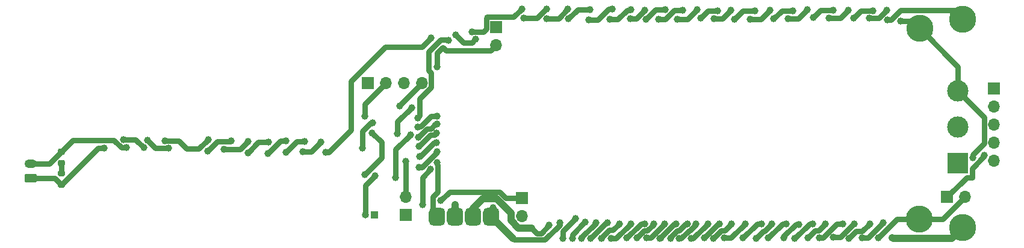
<source format=gbr>
%TF.GenerationSoftware,KiCad,Pcbnew,8.0.0*%
%TF.CreationDate,2024-09-10T23:58:07-07:00*%
%TF.ProjectId,sled,736c6564-2e6b-4696-9361-645f70636258,rev?*%
%TF.SameCoordinates,Original*%
%TF.FileFunction,Copper,L1,Top*%
%TF.FilePolarity,Positive*%
%FSLAX46Y46*%
G04 Gerber Fmt 4.6, Leading zero omitted, Abs format (unit mm)*
G04 Created by KiCad (PCBNEW 8.0.0) date 2024-09-10 23:58:07*
%MOMM*%
%LPD*%
G01*
G04 APERTURE LIST*
G04 Aperture macros list*
%AMRoundRect*
0 Rectangle with rounded corners*
0 $1 Rounding radius*
0 $2 $3 $4 $5 $6 $7 $8 $9 X,Y pos of 4 corners*
0 Add a 4 corners polygon primitive as box body*
4,1,4,$2,$3,$4,$5,$6,$7,$8,$9,$2,$3,0*
0 Add four circle primitives for the rounded corners*
1,1,$1+$1,$2,$3*
1,1,$1+$1,$4,$5*
1,1,$1+$1,$6,$7*
1,1,$1+$1,$8,$9*
0 Add four rect primitives between the rounded corners*
20,1,$1+$1,$2,$3,$4,$5,0*
20,1,$1+$1,$4,$5,$6,$7,0*
20,1,$1+$1,$6,$7,$8,$9,0*
20,1,$1+$1,$8,$9,$2,$3,0*%
G04 Aperture macros list end*
%TA.AperFunction,ComponentPad*%
%ADD10R,1.700000X1.700000*%
%TD*%
%TA.AperFunction,ComponentPad*%
%ADD11O,1.700000X1.700000*%
%TD*%
%TA.AperFunction,ComponentPad*%
%ADD12R,3.000000X3.000000*%
%TD*%
%TA.AperFunction,ComponentPad*%
%ADD13C,3.000000*%
%TD*%
%TA.AperFunction,ComponentPad*%
%ADD14C,3.800000*%
%TD*%
%TA.AperFunction,SMDPad,CuDef*%
%ADD15RoundRect,0.200000X-0.275000X0.200000X-0.275000X-0.200000X0.275000X-0.200000X0.275000X0.200000X0*%
%TD*%
%TA.AperFunction,ComponentPad*%
%ADD16RoundRect,0.250000X0.625000X-0.350000X0.625000X0.350000X-0.625000X0.350000X-0.625000X-0.350000X0*%
%TD*%
%TA.AperFunction,ComponentPad*%
%ADD17O,1.750000X1.200000*%
%TD*%
%TA.AperFunction,SMDPad,CuDef*%
%ADD18RoundRect,0.571500X-0.571500X-0.678500X0.571500X-0.678500X0.571500X0.678500X-0.571500X0.678500X0*%
%TD*%
%TA.AperFunction,SMDPad,CuDef*%
%ADD19RoundRect,0.218750X-0.256250X0.218750X-0.256250X-0.218750X0.256250X-0.218750X0.256250X0.218750X0*%
%TD*%
%TA.AperFunction,ComponentPad*%
%ADD20R,1.000000X1.000000*%
%TD*%
%TA.AperFunction,ComponentPad*%
%ADD21O,1.000000X1.000000*%
%TD*%
%TA.AperFunction,ViaPad*%
%ADD22C,1.000000*%
%TD*%
%TA.AperFunction,Conductor*%
%ADD23C,1.000000*%
%TD*%
%TA.AperFunction,Conductor*%
%ADD24C,0.750000*%
%TD*%
G04 APERTURE END LIST*
D10*
%TO.P,REF\u002A\u002A,1*%
%TO.N,N/C*%
X245033800Y-54559200D03*
D11*
%TO.P,REF\u002A\u002A,2*%
X245033800Y-57099200D03*
%TO.P,REF\u002A\u002A,3*%
X245033800Y-59639200D03*
%TO.P,REF\u002A\u002A,4*%
X245033800Y-62179200D03*
%TO.P,REF\u002A\u002A,5*%
X245033800Y-64719200D03*
%TD*%
D10*
%TO.P,SW2,1*%
%TO.N,Net-(LYRA1-SW-)*%
X162306000Y-72395000D03*
D11*
%TO.P,SW2,2*%
%TO.N,Net-(LYRA1-SW+)*%
X162306000Y-69855000D03*
%TD*%
D12*
%TO.P,SW5,1,A*%
%TO.N,unconnected-(SW5-A-Pad1)*%
X239992358Y-65114474D03*
D13*
%TO.P,SW5,2,B*%
%TO.N,/HEI*%
X239992358Y-60034474D03*
%TO.P,SW5,3,C*%
%TO.N,/PYRO POS*%
X239992358Y-54954474D03*
%TD*%
D10*
%TO.P,J1,1,Pin_1*%
%TO.N,/FLUCTUS NEG*%
X175006000Y-45974000D03*
D11*
%TO.P,J1,2,Pin_2*%
%TO.N,/FLUCTUS POS*%
X175006000Y-48514000D03*
%TD*%
D14*
%TO.P,H9,1,1*%
%TO.N,/PYRO POS*%
X234518200Y-72999600D03*
%TD*%
D15*
%TO.P,R2,1*%
%TO.N,Net-(D2-A)*%
X113919000Y-66485000D03*
%TO.P,R2,2*%
%TO.N,Net-(BT3-+)*%
X113919000Y-68135000D03*
%TD*%
D14*
%TO.P,H4,1,1*%
%TO.N,/APOGEE*%
X240690400Y-44856400D03*
%TD*%
D16*
%TO.P,BT3,1,+*%
%TO.N,Net-(BT3-+)*%
X109575000Y-67209000D03*
D17*
%TO.P,BT3,2,-*%
%TO.N,/FLUCTUS NEG*%
X109575000Y-65209000D03*
%TD*%
D10*
%TO.P,LYRA1,1,BATT-*%
%TO.N,Net-(BT2--)*%
X156982000Y-53848000D03*
D11*
%TO.P,LYRA1,2,BATT+*%
%TO.N,Net-(BT2-+)*%
X159522000Y-53848000D03*
%TO.P,LYRA1,3,SW+*%
%TO.N,Net-(LYRA1-SW+)*%
X162062000Y-53848000D03*
%TO.P,LYRA1,4,SW-*%
%TO.N,Net-(LYRA1-SW-)*%
X164602000Y-53848000D03*
%TD*%
D10*
%TO.P,J2,1,Pin_1*%
%TO.N,/HEI*%
X238450200Y-69855000D03*
D11*
%TO.P,J2,2,Pin_2*%
%TO.N,/PYRO POS*%
X240990200Y-69855000D03*
%TD*%
D10*
%TO.P,SW1,1*%
%TO.N,Net-(BT3-+)*%
X178689000Y-69977000D03*
D11*
%TO.P,SW1,2*%
%TO.N,/FLUCTUS POS*%
X178689000Y-72517000D03*
%TD*%
D18*
%TO.P,J3,1,Pin_1*%
%TO.N,/APOGEE*%
X166725600Y-72644000D03*
%TO.P,J3,2,Pin_2*%
%TO.N,/MAIN*%
X169291000Y-72644000D03*
%TO.P,J3,3,Pin_3*%
%TO.N,/HEI*%
X171831000Y-72644000D03*
%TO.P,J3,4,Pin_4*%
%TO.N,/PYRO POS*%
X174371000Y-72644000D03*
%TD*%
D19*
%TO.P,D2,1,K*%
%TO.N,/FLUCTUS NEG*%
X113919000Y-63474500D03*
%TO.P,D2,2,A*%
%TO.N,Net-(D2-A)*%
X113919000Y-65049500D03*
%TD*%
D14*
%TO.P,H8,1,1*%
%TO.N,/MAIN*%
X240690400Y-74168000D03*
%TD*%
%TO.P,H11,1,1*%
%TO.N,/PYRO POS*%
X234619800Y-46126400D03*
%TD*%
D20*
%TO.P,BT2,1,+*%
%TO.N,Net-(BT2-+)*%
X157891000Y-72390000D03*
D21*
%TO.P,BT2,2,-*%
%TO.N,Net-(BT2--)*%
X156621000Y-72390000D03*
%TD*%
D22*
%TO.N,/FLUCTUS NEG*%
X134518400Y-63373000D03*
X129006600Y-62941200D03*
X137744200Y-61969000D03*
X165875131Y-47483783D03*
X151080943Y-63532400D03*
X126034800Y-61874400D03*
X140118727Y-63614673D03*
X145503527Y-63589273D03*
X148082000Y-62077600D03*
X123025347Y-62917901D03*
X143027400Y-62153800D03*
%TO.N,/PYRO POS*%
X205613000Y-75666600D03*
X196215000Y-75590400D03*
X227507800Y-44704000D03*
X225450400Y-73598000D03*
X208076800Y-43586400D03*
X217043000Y-75690500D03*
X228803573Y-75565373D03*
X185191400Y-44805600D03*
X205701527Y-44793273D03*
X229997000Y-43586400D03*
X191169650Y-75631950D03*
X174578650Y-71367000D03*
X221869000Y-44678600D03*
X169337978Y-47010509D03*
X164236016Y-65684038D03*
X189103000Y-73456800D03*
X164076430Y-61435776D03*
X198755000Y-73598000D03*
X191033400Y-44856400D03*
X208102200Y-73660000D03*
X216077800Y-44754800D03*
X242112800Y-64338200D03*
X198830201Y-43483055D03*
X183973685Y-73479968D03*
X188239773Y-43459027D03*
X218795600Y-43535600D03*
X213791800Y-73598000D03*
X182168800Y-43435500D03*
X219583000Y-73598000D03*
X222453200Y-75514198D03*
X178943000Y-44653200D03*
X196138800Y-44856400D03*
X193959493Y-73598007D03*
X194005200Y-43484800D03*
X200482200Y-44856400D03*
X211582373Y-75641573D03*
X166716328Y-59613800D03*
X231969490Y-45119856D03*
X203310676Y-43494790D03*
X224561400Y-43561000D03*
X172135800Y-47675800D03*
X203174600Y-73598000D03*
X166716328Y-63474600D03*
X213588600Y-43561000D03*
X200787000Y-75690500D03*
X210769200Y-44856400D03*
X187096400Y-75690500D03*
%TO.N,/FLUCTUS POS*%
X164668200Y-70942200D03*
X165811200Y-65963800D03*
X164317985Y-64139661D03*
X166624000Y-62204600D03*
X164009488Y-60005517D03*
X166716328Y-51562000D03*
X166716328Y-58445400D03*
%TO.N,Net-(BT3-+)*%
X119888000Y-62992000D03*
X134531473Y-61759727D03*
X150418800Y-62103000D03*
X125476000Y-62915800D03*
X142950827Y-63703573D03*
X145503527Y-61962927D03*
X122609057Y-61769543D03*
X167284400Y-70332600D03*
X136728200Y-63119000D03*
X140157200Y-62026800D03*
X128473200Y-61925200D03*
X147891127Y-63513073D03*
%TO.N,/HEI*%
X229495062Y-73437733D03*
X212369400Y-73598000D03*
X217660920Y-73693720D03*
X220497400Y-75590400D03*
X223824800Y-73598000D03*
X206476600Y-73598000D03*
X185782841Y-75690500D03*
X215519310Y-75605072D03*
X182521536Y-73810242D03*
X194868800Y-75565000D03*
X243738773Y-64008000D03*
X199618600Y-75690500D03*
X197231000Y-73609200D03*
X192354200Y-73598000D03*
X204292200Y-75615800D03*
X226517200Y-75615800D03*
X209738530Y-75600200D03*
X187589963Y-73411047D03*
X201930000Y-73598000D03*
X189865000Y-75641196D03*
%TO.N,/APOGEE*%
X225348800Y-44653200D03*
X211455000Y-43637200D03*
X208534000Y-44831000D03*
X168353899Y-47821200D03*
X201295000Y-43586400D03*
X178638200Y-43435500D03*
X185140600Y-43435500D03*
X164155824Y-62741630D03*
X188061600Y-44907200D03*
X230098600Y-44907200D03*
X182143400Y-44729400D03*
X206171800Y-43637200D03*
X216763600Y-43637200D03*
X195961000Y-43611800D03*
X193878200Y-44780200D03*
X191363600Y-43435500D03*
X171653200Y-46634400D03*
X166624000Y-60883800D03*
X197916800Y-44856400D03*
X228041200Y-43637200D03*
X203822300Y-44640500D03*
X214096600Y-44754800D03*
X163999162Y-58733439D03*
X166716328Y-64973200D03*
X222453200Y-43611800D03*
X219633800Y-44627800D03*
%TO.N,/MAIN*%
X200355200Y-73598000D03*
X184404000Y-75690500D03*
X169265600Y-70967600D03*
X227571556Y-73598000D03*
X195935600Y-73598000D03*
X193395600Y-75615804D03*
X207137000Y-75590400D03*
X186182000Y-72898000D03*
X190677800Y-73507600D03*
X221373954Y-73598000D03*
X198040857Y-75690500D03*
X218897200Y-75615800D03*
X215874600Y-73598000D03*
X210058000Y-73598000D03*
X224660111Y-75661789D03*
X204851000Y-73598000D03*
X230765200Y-75571200D03*
X188315600Y-75690500D03*
X213334600Y-75590400D03*
X202447230Y-75690030D03*
%TO.N,Net-(BT2-+)*%
X156616027Y-66674627D03*
X156565600Y-58470800D03*
X157632397Y-60858397D03*
%TO.N,Net-(BT2--)*%
X157683200Y-59410600D03*
X158013400Y-66852800D03*
X156278250Y-62973804D03*
%TO.N,Net-(LYRA1-SW+)*%
X163149900Y-57277000D03*
X161188400Y-60934600D03*
X162306000Y-64795400D03*
%TO.N,Net-(LYRA1-SW-)*%
X162991800Y-61112400D03*
X161493200Y-57073800D03*
X160934400Y-67132200D03*
%TD*%
D23*
%TO.N,/MAIN*%
X239167900Y-75690500D02*
X230884500Y-75690500D01*
X230884500Y-75690500D02*
X230765200Y-75571200D01*
X240690400Y-74168000D02*
X239167900Y-75690500D01*
D24*
%TO.N,/FLUCTUS POS*%
X174263974Y-49256026D02*
X175006000Y-48514000D01*
X168047965Y-49252165D02*
X174263974Y-49256026D01*
X167487600Y-48818800D02*
X167614600Y-48818800D01*
X166716328Y-49590072D02*
X167487600Y-48818800D01*
X166716328Y-51562000D02*
X166716328Y-49590072D01*
%TO.N,/FLUCTUS NEG*%
X154648700Y-60387700D02*
X154648700Y-53531300D01*
X154648700Y-53531300D02*
X159437400Y-48742600D01*
X151080943Y-63532400D02*
X151504000Y-63532400D01*
X164616314Y-48742600D02*
X165875131Y-47483783D01*
%TO.N,/APOGEE*%
X168073082Y-47821200D02*
X168353899Y-47821200D01*
X165566328Y-49410990D02*
X167262519Y-47714799D01*
X167966682Y-47714800D02*
X168073082Y-47821200D01*
X165927000Y-54418000D02*
X165927000Y-52399018D01*
X164299900Y-56045100D02*
X165927000Y-54418000D01*
%TO.N,/FLUCTUS POS*%
X167614600Y-48818800D02*
X168047965Y-49252165D01*
%TO.N,/APOGEE*%
X164299900Y-58432700D02*
X164299900Y-56045100D01*
X163999162Y-58733439D02*
X164299900Y-58432700D01*
X165566328Y-52038346D02*
X165566328Y-49410990D01*
%TO.N,/FLUCTUS NEG*%
X159437400Y-48742600D02*
X164616314Y-48742600D01*
X151504000Y-63532400D02*
X154648700Y-60387700D01*
%TO.N,/APOGEE*%
X165927000Y-52399018D02*
X165566328Y-52038346D01*
X167262519Y-47714799D02*
X167966682Y-47714800D01*
%TO.N,/PYRO POS*%
X172135800Y-47675800D02*
X172085000Y-47675800D01*
X171639600Y-48121200D02*
X170448669Y-48121200D01*
X172085000Y-47675800D02*
X171639600Y-48121200D01*
X170448669Y-48121200D02*
X169337978Y-47010509D01*
%TO.N,/FLUCTUS NEG*%
X115551500Y-61842000D02*
X121302654Y-61842000D01*
X122378555Y-62917901D02*
X123025347Y-62917901D01*
X141630400Y-62103000D02*
X140118727Y-63614673D01*
X127101600Y-62941200D02*
X129006600Y-62941200D01*
X147015200Y-62077600D02*
X145503527Y-63589273D01*
X148082000Y-62077600D02*
X147015200Y-62077600D01*
X109575000Y-65209000D02*
X112184500Y-65209000D01*
X121302654Y-61842000D02*
X122378555Y-62917901D01*
X112184500Y-65209000D02*
X113919000Y-63474500D01*
X141630400Y-62103000D02*
X141681200Y-62153800D01*
X113919000Y-63474500D02*
X115551500Y-61842000D01*
X134518400Y-63373000D02*
X135839200Y-62052200D01*
X126034800Y-61874400D02*
X127101600Y-62941200D01*
X141681200Y-62153800D02*
X143027400Y-62153800D01*
X135839200Y-62052200D02*
X137661000Y-62052200D01*
X137661000Y-62052200D02*
X137744200Y-61969000D01*
%TO.N,/PYRO POS*%
X196138800Y-44856400D02*
X197512145Y-43483055D01*
X191169650Y-75631950D02*
X191925550Y-75631950D01*
X201067900Y-75690500D02*
X202185400Y-74573000D01*
X210769200Y-44856400D02*
X212293200Y-44856400D01*
X166513564Y-59613800D02*
X166716328Y-59613800D01*
X174371000Y-72644000D02*
X174578650Y-72436350D01*
X237896400Y-72948800D02*
X240990200Y-69855000D01*
X193471054Y-43561000D02*
X193827400Y-43561000D01*
X206706600Y-74573000D02*
X207189200Y-74573000D01*
X212293200Y-44856400D02*
X213588600Y-43561000D01*
X186537973Y-43459027D02*
X188239773Y-43459027D01*
X183973685Y-73777233D02*
X183973685Y-73479968D01*
X192175654Y-44856400D02*
X193471054Y-43561000D01*
X228879400Y-44704000D02*
X229997000Y-43586400D01*
X205613000Y-75666600D02*
X206706600Y-74573000D01*
X231420146Y-72948800D02*
X228803573Y-75565373D01*
X181935418Y-75815500D02*
X183973685Y-73777233D01*
X185191400Y-44805600D02*
X186537973Y-43459027D01*
X166716328Y-63585472D02*
X164617762Y-65684038D01*
X221869000Y-44678600D02*
X223443800Y-44678600D01*
X239992358Y-51498958D02*
X239992358Y-54954474D01*
X196762600Y-75590400D02*
X198755000Y-73598000D01*
X234289600Y-72948800D02*
X231420146Y-72948800D01*
X202333859Y-74573000D02*
X203174600Y-73732259D01*
X187096400Y-75690500D02*
X187096400Y-75530957D01*
X200787000Y-75690500D02*
X201067900Y-75690500D01*
X223443800Y-44678600D02*
X224561400Y-43561000D01*
X164125253Y-61435776D02*
X165314029Y-60247000D01*
X212608546Y-74615400D02*
X211582373Y-75641573D01*
X217576400Y-44754800D02*
X218795600Y-43535600D01*
X165314029Y-60247000D02*
X165880364Y-60247000D01*
X234289600Y-72948800D02*
X237896400Y-72948800D01*
X234340400Y-46177200D02*
X233283056Y-45119856D01*
X219583000Y-73598000D02*
X219135500Y-73598000D01*
X178943000Y-44653200D02*
X180797200Y-44653200D01*
X242112800Y-64338200D02*
X242112800Y-63881000D01*
D23*
X233222800Y-72948800D02*
X234289600Y-72948800D01*
D24*
X196215000Y-75590400D02*
X196762600Y-75590400D01*
X216077800Y-44754800D02*
X217576400Y-44754800D01*
X182141900Y-43408600D02*
X182168800Y-43435500D01*
X193827400Y-43561000D02*
X193929000Y-43561000D01*
X174578650Y-72436350D02*
X174578650Y-71367000D01*
X227507800Y-44704000D02*
X228879400Y-44704000D01*
X223428843Y-75514198D02*
X222453200Y-75514198D01*
X233283056Y-45119856D02*
X231969490Y-45119856D01*
X225345041Y-73598000D02*
X223428843Y-75514198D01*
X166716328Y-63474600D02*
X166716328Y-63585472D01*
X203174600Y-73732259D02*
X203174600Y-73598000D01*
X193929000Y-43561000D02*
X194005200Y-43484800D01*
X208076800Y-43586400D02*
X206869927Y-44793273D01*
X213791800Y-73598000D02*
X212774400Y-74615400D01*
X212774400Y-74615400D02*
X212608546Y-74615400D01*
X177542500Y-75815500D02*
X181935418Y-75815500D01*
X191925550Y-75631950D02*
X193959493Y-73598007D01*
X234619800Y-46126400D02*
X239992358Y-51498958D01*
X242112800Y-63881000D02*
X243687600Y-62306200D01*
X219135500Y-73598000D02*
X217043000Y-75690500D01*
X177417500Y-75690500D02*
X177542500Y-75815500D01*
X202185400Y-74573000D02*
X202333859Y-74573000D01*
X206869927Y-44793273D02*
X205701527Y-44793273D01*
X225450400Y-73598000D02*
X225345041Y-73598000D01*
X189094279Y-73533078D02*
X189094279Y-73465521D01*
D23*
X174371000Y-72644000D02*
X177417500Y-75690500D01*
D24*
X164076430Y-61435776D02*
X164125253Y-61435776D01*
X182041800Y-43408600D02*
X182141900Y-43408600D01*
X207189200Y-74573000D02*
X208102200Y-73660000D01*
X243687600Y-58649716D02*
X239992358Y-54954474D01*
X197512145Y-43483055D02*
X198830201Y-43483055D01*
X165880364Y-60247000D02*
X166513564Y-59613800D01*
X243687600Y-62306200D02*
X243687600Y-58649716D01*
X187096400Y-75530957D02*
X189094279Y-73533078D01*
X189094279Y-73465521D02*
X189103000Y-73456800D01*
X200482200Y-44856400D02*
X201949066Y-44856400D01*
X201949066Y-44856400D02*
X203310676Y-43494790D01*
X164617762Y-65684038D02*
X164236016Y-65684038D01*
X180797200Y-44653200D02*
X182041800Y-43408600D01*
X191033400Y-44856400D02*
X192175654Y-44856400D01*
%TO.N,/FLUCTUS POS*%
X166624000Y-62204600D02*
X166318646Y-62204600D01*
X166716328Y-58445400D02*
X165913547Y-58445400D01*
X164668200Y-70942200D02*
X164668200Y-67546882D01*
X166318646Y-62204600D02*
X164383585Y-64139661D01*
X164668200Y-67106800D02*
X165811200Y-65963800D01*
X164475508Y-59883439D02*
X164131566Y-59883439D01*
X164131566Y-59883439D02*
X164009488Y-60005517D01*
X164383585Y-64139661D02*
X164317985Y-64139661D01*
X164668200Y-67546882D02*
X164668200Y-67106800D01*
X165913547Y-58445400D02*
X164475508Y-59883439D01*
%TO.N,Net-(BT3-+)*%
X168500000Y-69117000D02*
X167284400Y-70332600D01*
X175510631Y-69117000D02*
X168500000Y-69117000D01*
X139065000Y-63119000D02*
X140157200Y-62026800D01*
X149008727Y-63513073D02*
X147891127Y-63513073D01*
X144691473Y-61962927D02*
X145503527Y-61962927D01*
X133223000Y-63068200D02*
X134531473Y-61759727D01*
X136728200Y-63119000D02*
X139065000Y-63119000D01*
X113919000Y-68135000D02*
X119062000Y-62992000D01*
X109575000Y-67209000D02*
X112993000Y-67209000D01*
X112993000Y-67209000D02*
X113919000Y-68135000D01*
X178689000Y-69977000D02*
X176370631Y-69977000D01*
X124329743Y-61769543D02*
X125476000Y-62915800D01*
X131521200Y-63068200D02*
X133223000Y-63068200D01*
X142950827Y-63703573D02*
X144691473Y-61962927D01*
X150418800Y-62103000D02*
X149008727Y-63513073D01*
X130378200Y-61925200D02*
X131521200Y-63068200D01*
X122609057Y-61769543D02*
X124329743Y-61769543D01*
X119062000Y-62992000D02*
X119888000Y-62992000D01*
X128473200Y-61925200D02*
X130378200Y-61925200D01*
X176370631Y-69977000D02*
X175510631Y-69117000D01*
D23*
%TO.N,/HEI*%
X173133001Y-70092000D02*
X175106773Y-70092000D01*
D24*
X196312659Y-74599800D02*
X197231000Y-73681459D01*
X217660920Y-73693720D02*
X217160934Y-73693720D01*
X195826741Y-74599800D02*
X196312659Y-74599800D01*
X229495062Y-73437733D02*
X227316995Y-75615800D01*
X180006279Y-74187652D02*
X180784127Y-74965500D01*
D23*
X171831000Y-72644000D02*
X171831000Y-71394001D01*
D24*
X189865000Y-75557741D02*
X190940141Y-74482600D01*
X201738000Y-73598000D02*
X200763000Y-74573000D01*
X241215726Y-67089474D02*
X238450200Y-69855000D01*
X200525641Y-74573000D02*
X199618600Y-75480041D01*
D23*
X175106773Y-70092000D02*
X177139000Y-72124227D01*
D24*
X189865000Y-75641196D02*
X189865000Y-75557741D01*
X241967358Y-67089474D02*
X241215726Y-67089474D01*
X180784127Y-74965500D02*
X181366278Y-74965500D01*
X191469600Y-74482600D02*
X192354200Y-73598000D01*
X185782841Y-75117677D02*
X187489471Y-73411047D01*
X223824800Y-73598000D02*
X222990539Y-73598000D01*
X206476600Y-73598000D02*
X206302741Y-73598000D01*
X241985800Y-67071032D02*
X241967358Y-67089474D01*
X185782841Y-75690500D02*
X185782841Y-75117677D01*
X227316995Y-75615800D02*
X226517200Y-75615800D01*
X206302741Y-73598000D02*
X204292200Y-75608541D01*
X204292200Y-75608541D02*
X204292200Y-75615800D01*
X209738530Y-75600200D02*
X211740730Y-73598000D01*
D23*
X178167620Y-74187652D02*
X180006279Y-74187652D01*
X171831000Y-71394001D02*
X173133001Y-70092000D01*
D24*
X220998139Y-75590400D02*
X220497400Y-75590400D01*
X194868800Y-75557741D02*
X195826741Y-74599800D01*
X199618600Y-75480041D02*
X199618600Y-75690500D01*
X241985800Y-65844059D02*
X241985800Y-67071032D01*
X217160934Y-73693720D02*
X215519310Y-75335344D01*
X187489471Y-73411047D02*
X187589963Y-73411047D01*
X243738773Y-64091086D02*
X241985800Y-65844059D01*
X211740730Y-73598000D02*
X212369400Y-73598000D01*
D23*
X177139000Y-72124227D02*
X177139000Y-73159032D01*
D24*
X243738773Y-64008000D02*
X243738773Y-64091086D01*
D23*
X177139000Y-73159032D02*
X178167620Y-74187652D01*
D24*
X197231000Y-73681459D02*
X197231000Y-73609200D01*
X200763000Y-74573000D02*
X200525641Y-74573000D01*
X194868800Y-75565000D02*
X194868800Y-75557741D01*
X190940141Y-74482600D02*
X191469600Y-74482600D01*
X201930000Y-73598000D02*
X201738000Y-73598000D01*
X215519310Y-75335344D02*
X215519310Y-75605072D01*
X181366278Y-74965500D02*
X182521536Y-73810242D01*
X189909672Y-75641196D02*
X189865000Y-75641196D01*
X222990539Y-73598000D02*
X220998139Y-75590400D01*
%TO.N,/APOGEE*%
X173278800Y-46634400D02*
X173355000Y-46558200D01*
X193878200Y-44780200D02*
X194792600Y-44780200D01*
X173681000Y-44649000D02*
X173778400Y-44551600D01*
X194792600Y-44780200D02*
X195961000Y-43611800D01*
X198855854Y-44856400D02*
X197916800Y-44856400D01*
X215214200Y-43637200D02*
X216763600Y-43637200D01*
X166134400Y-69856254D02*
X166841328Y-69149326D01*
X201295000Y-43586400D02*
X200125854Y-43586400D01*
X230098600Y-44907200D02*
X230555800Y-44907200D01*
X173681000Y-46232200D02*
X173681000Y-44649000D01*
X191084200Y-43434000D02*
X191362100Y-43434000D01*
X171653200Y-46634400D02*
X173278800Y-46634400D01*
X166841328Y-65367582D02*
X166751000Y-65277254D01*
X175691800Y-44551600D02*
X177522100Y-44551600D01*
X166751000Y-65277254D02*
X166751000Y-65007872D01*
X200125854Y-43586400D02*
X198855854Y-44856400D01*
X173778400Y-44551600D02*
X175691800Y-44551600D01*
X165800454Y-61097000D02*
X164155824Y-62741630D01*
X209727800Y-43637200D02*
X211455000Y-43637200D01*
X189356254Y-44907200D02*
X190829454Y-43434000D01*
X208534000Y-44831000D02*
X209727800Y-43637200D01*
X166751000Y-65007872D02*
X166716328Y-64973200D01*
X230555800Y-44907200D02*
X231902000Y-43561000D01*
X166410800Y-61097000D02*
X165800454Y-61097000D01*
X177522100Y-44551600D02*
X178638200Y-43435500D01*
X166725600Y-72644000D02*
X166134400Y-72052800D01*
X231902000Y-43561000D02*
X239395000Y-43561000D01*
X225348800Y-44653200D02*
X226364800Y-43637200D01*
X166134400Y-72052800D02*
X166134400Y-69856254D01*
X239395000Y-43561000D02*
X240690400Y-44856400D01*
X166624000Y-60883800D02*
X166410800Y-61097000D01*
X191362100Y-43434000D02*
X191363600Y-43435500D01*
X183846700Y-44729400D02*
X185140600Y-43435500D01*
X182143400Y-44729400D02*
X183846700Y-44729400D01*
X190829454Y-43434000D02*
X191084200Y-43434000D01*
X173355000Y-46558200D02*
X173681000Y-46232200D01*
X214096600Y-44754800D02*
X215214200Y-43637200D01*
X204825600Y-43637200D02*
X203822300Y-44640500D01*
X188061600Y-44907200D02*
X189356254Y-44907200D01*
X226364800Y-43637200D02*
X228041200Y-43637200D01*
X219633800Y-44627800D02*
X220649800Y-43611800D01*
X220649800Y-43611800D02*
X222453200Y-43611800D01*
X166841328Y-69149326D02*
X166841328Y-65367582D01*
X206171800Y-43637200D02*
X204825600Y-43637200D01*
%TO.N,/MAIN*%
X202758970Y-75690030D02*
X202447230Y-75690030D01*
X210058000Y-73598000D02*
X208065600Y-75590400D01*
X188315600Y-75690500D02*
X188342500Y-75690500D01*
X184404000Y-74676000D02*
X186182000Y-72898000D01*
X227571556Y-73598000D02*
X226528756Y-74640800D01*
X195935600Y-73598000D02*
X195413404Y-73598000D01*
X184404000Y-75690500D02*
X184404000Y-74676000D01*
X215874600Y-73598000D02*
X215327000Y-73598000D01*
X190525400Y-73507600D02*
X190677800Y-73507600D01*
X200133357Y-73598000D02*
X200355200Y-73598000D01*
X190474600Y-73558400D02*
X190525400Y-73507600D01*
X204851000Y-73598000D02*
X202758970Y-75690030D01*
X220398954Y-74573000D02*
X219940000Y-74573000D01*
X198040857Y-75690500D02*
X198041700Y-75691343D01*
D23*
X169214800Y-72567800D02*
X169291000Y-72644000D01*
D24*
X188342500Y-75690500D02*
X190474600Y-73558400D01*
D23*
X169291000Y-72644000D02*
X169291000Y-70993000D01*
X169291000Y-70993000D02*
X169265600Y-70967600D01*
D24*
X226528756Y-74640800D02*
X225681100Y-74640800D01*
X195413404Y-73598000D02*
X193395600Y-75615804D01*
X219940000Y-74573000D02*
X218897200Y-75615800D01*
X198040857Y-75690500D02*
X200133357Y-73598000D01*
X198041700Y-75691343D02*
X198240398Y-75691343D01*
X221373954Y-73598000D02*
X220398954Y-74573000D01*
X225681100Y-74640800D02*
X224660111Y-75661789D01*
X215327000Y-73598000D02*
X213334600Y-75590400D01*
X208065600Y-75590400D02*
X207137000Y-75590400D01*
%TO.N,Net-(BT2-+)*%
X158927800Y-64362854D02*
X158927800Y-62153800D01*
X159522000Y-53848000D02*
X156565600Y-56804400D01*
X156565600Y-56804400D02*
X156565600Y-58470800D01*
X158927800Y-62153800D02*
X157632397Y-60858397D01*
X156616027Y-66674627D02*
X158927800Y-64362854D01*
%TO.N,Net-(BT2--)*%
X157683200Y-59410600D02*
X157428454Y-59410600D01*
X156621000Y-72390000D02*
X156621000Y-68245200D01*
X156621000Y-68245200D02*
X158013400Y-66852800D01*
X157428454Y-59410600D02*
X156278250Y-60560804D01*
X156278250Y-60560804D02*
X156278250Y-62973804D01*
%TO.N,Net-(LYRA1-SW+)*%
X161188400Y-60934600D02*
X161188400Y-59238500D01*
X161188400Y-59238500D02*
X163149900Y-57277000D01*
X162306000Y-69855000D02*
X162306000Y-64795400D01*
%TO.N,Net-(LYRA1-SW-)*%
X161493200Y-57073800D02*
X161493200Y-56956800D01*
X161493200Y-56956800D02*
X164602000Y-53848000D01*
X160934400Y-67132200D02*
X160934400Y-63169800D01*
X160934400Y-63169800D02*
X162991800Y-61112400D01*
%TO.N,Net-(D2-A)*%
X113919000Y-65049500D02*
X113919000Y-66485000D01*
%TD*%
M02*

</source>
